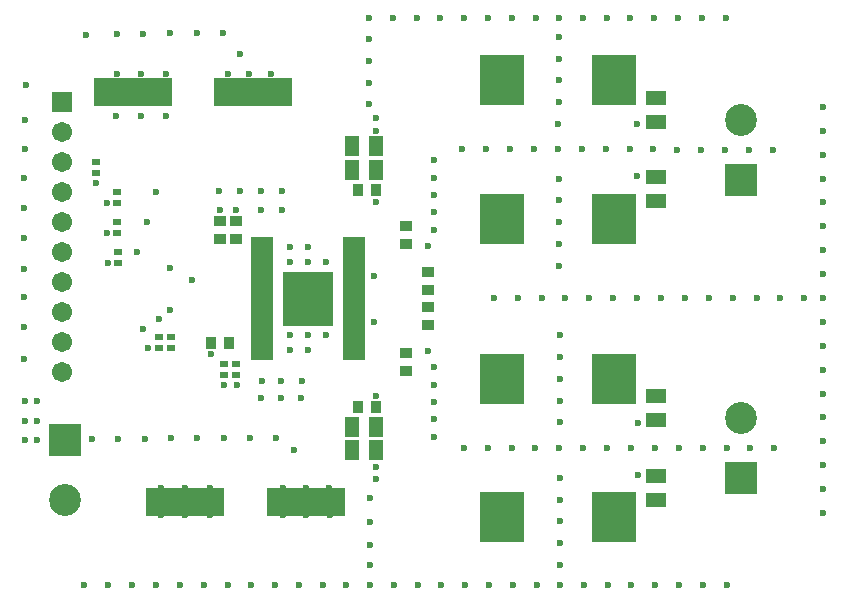
<source format=gts>
G04*
G04 #@! TF.GenerationSoftware,Altium Limited,Altium Designer,24.10.1 (45)*
G04*
G04 Layer_Color=8388736*
%FSLAX44Y44*%
%MOMM*%
G71*
G04*
G04 #@! TF.SameCoordinates,D9CC4E6A-2C68-4F5F-81DB-F534FF38BD19*
G04*
G04*
G04 #@! TF.FilePolarity,Negative*
G04*
G01*
G75*
%ADD24R,6.6016X2.4016*%
%ADD25R,0.8820X1.0090*%
%ADD26R,1.1560X1.6640*%
%ADD27R,3.7032X4.2032*%
%ADD28R,0.7450X0.5672*%
%ADD29R,1.0090X0.8820*%
%ADD30R,0.7550X0.5772*%
%ADD31R,4.3132X4.5632*%
%ADD32R,1.8782X0.6532*%
%ADD33R,1.6640X1.1560*%
%ADD34C,1.7032*%
%ADD35R,1.7032X1.7032*%
%ADD36R,2.7032X2.7032*%
%ADD37C,2.7032*%
%ADD38C,0.6000*%
D24*
X108260Y427990D02*
D03*
X210256D02*
D03*
X254706Y81534D02*
D03*
X152710D02*
D03*
D25*
X314257Y161652D02*
D03*
X299017D02*
D03*
X189611Y215510D02*
D03*
X174371D02*
D03*
X299017Y345338D02*
D03*
X314257D02*
D03*
D26*
X293880Y362259D02*
D03*
X314200D02*
D03*
X293878Y125222D02*
D03*
X314198D02*
D03*
Y144526D02*
D03*
X293878D02*
D03*
X293880Y382325D02*
D03*
X314200D02*
D03*
D27*
X515872Y320802D02*
D03*
X420872D02*
D03*
X515872Y438222D02*
D03*
X420872D02*
D03*
X515872Y185674D02*
D03*
X420872D02*
D03*
X515872Y68382D02*
D03*
X420872D02*
D03*
D28*
X76806Y369353D02*
D03*
Y359955D02*
D03*
X95250Y343789D02*
D03*
Y334391D02*
D03*
Y318389D02*
D03*
Y308991D02*
D03*
X95758Y292989D02*
D03*
Y283591D02*
D03*
X140462Y221361D02*
D03*
Y211963D02*
D03*
X130302D02*
D03*
Y221361D02*
D03*
D29*
X339598Y192488D02*
D03*
Y207728D02*
D03*
X182140Y304038D02*
D03*
Y319278D02*
D03*
X195348Y304034D02*
D03*
Y319274D02*
D03*
X358394Y275745D02*
D03*
Y260505D02*
D03*
X339598Y314556D02*
D03*
Y299316D02*
D03*
X358394Y231195D02*
D03*
Y246435D02*
D03*
D30*
X185166Y188976D02*
D03*
Y198374D02*
D03*
X196088Y188849D02*
D03*
Y198247D02*
D03*
D31*
X256730Y253510D02*
D03*
D32*
X295610Y302260D02*
D03*
Y295760D02*
D03*
Y289260D02*
D03*
Y282760D02*
D03*
Y276260D02*
D03*
Y269760D02*
D03*
Y263260D02*
D03*
Y256760D02*
D03*
Y250260D02*
D03*
Y243760D02*
D03*
Y237260D02*
D03*
Y230760D02*
D03*
Y224260D02*
D03*
Y217760D02*
D03*
Y211260D02*
D03*
Y204760D02*
D03*
X217850D02*
D03*
Y211260D02*
D03*
Y217760D02*
D03*
Y224260D02*
D03*
Y230760D02*
D03*
Y237260D02*
D03*
Y243760D02*
D03*
Y250260D02*
D03*
Y256760D02*
D03*
Y263260D02*
D03*
Y269760D02*
D03*
Y276260D02*
D03*
Y282760D02*
D03*
Y289260D02*
D03*
Y295760D02*
D03*
Y302260D02*
D03*
D33*
X551688Y356108D02*
D03*
Y335788D02*
D03*
Y103632D02*
D03*
Y83312D02*
D03*
Y150368D02*
D03*
Y170688D02*
D03*
Y403352D02*
D03*
Y423672D02*
D03*
D34*
X48514Y242316D02*
D03*
Y267716D02*
D03*
Y394716D02*
D03*
Y369316D02*
D03*
Y343916D02*
D03*
Y318516D02*
D03*
Y293116D02*
D03*
Y191516D02*
D03*
Y216916D02*
D03*
D35*
Y420116D02*
D03*
D36*
X51308Y133350D02*
D03*
X623062Y101600D02*
D03*
Y353822D02*
D03*
D37*
X51308Y82550D02*
D03*
X623062Y152400D02*
D03*
Y404622D02*
D03*
D38*
X235936Y70034D02*
D03*
X255357D02*
D03*
X275268D02*
D03*
X274617Y93034D02*
D03*
X254706D02*
D03*
X235285D02*
D03*
X229657Y135382D02*
D03*
X207411D02*
D03*
X244799Y125222D02*
D03*
X185166Y135128D02*
D03*
X140675D02*
D03*
X162921D02*
D03*
X118430Y134874D02*
D03*
X73939D02*
D03*
X96184D02*
D03*
X195348Y328847D02*
D03*
X182140D02*
D03*
X185166Y180466D02*
D03*
X196168D02*
D03*
X234879Y328847D02*
D03*
X217080D02*
D03*
X251262Y184087D02*
D03*
X234233D02*
D03*
X234879Y344864D02*
D03*
X217080D02*
D03*
X181483D02*
D03*
X199282D02*
D03*
X250616Y169418D02*
D03*
X217850Y184087D02*
D03*
X217204Y169418D02*
D03*
X234233D02*
D03*
X611483Y10922D02*
D03*
X591257D02*
D03*
X571031D02*
D03*
X550805Y10922D02*
D03*
X530578D02*
D03*
X510352D02*
D03*
X490126D02*
D03*
X469900D02*
D03*
X450596D02*
D03*
X430370D02*
D03*
X410144D02*
D03*
X389917D02*
D03*
X369691D02*
D03*
X349465Y10922D02*
D03*
X329239D02*
D03*
X309013D02*
D03*
Y27940D02*
D03*
Y44450D02*
D03*
Y64676D02*
D03*
Y84902D02*
D03*
X288787Y10922D02*
D03*
X269483D02*
D03*
X249256D02*
D03*
X229030D02*
D03*
X208804D02*
D03*
X188578D02*
D03*
X168352Y10922D02*
D03*
X148126D02*
D03*
X127899D02*
D03*
X107673D02*
D03*
X87447Y10922D02*
D03*
X67221D02*
D03*
X692658Y71964D02*
D03*
Y92191D02*
D03*
Y112417D02*
D03*
Y132643D02*
D03*
Y152869D02*
D03*
Y173095D02*
D03*
Y193321D02*
D03*
Y213548D02*
D03*
Y233774D02*
D03*
Y254000D02*
D03*
Y274226D02*
D03*
X692658Y294452D02*
D03*
Y314678D02*
D03*
Y334905D02*
D03*
Y355131D02*
D03*
Y375357D02*
D03*
Y395583D02*
D03*
Y415809D02*
D03*
X610590Y490982D02*
D03*
X590364D02*
D03*
X570138D02*
D03*
X549912Y490982D02*
D03*
X529686D02*
D03*
X509459D02*
D03*
X489233D02*
D03*
X469007D02*
D03*
X449703D02*
D03*
X429477D02*
D03*
X409251D02*
D03*
X389025D02*
D03*
X368798D02*
D03*
X348572Y490982D02*
D03*
X328346D02*
D03*
X308120D02*
D03*
Y473456D02*
D03*
Y454754D02*
D03*
Y435798D02*
D03*
Y418111D02*
D03*
X225044Y443738D02*
D03*
X206756D02*
D03*
X188976D02*
D03*
X198882Y460756D02*
D03*
X136454Y443992D02*
D03*
X115570D02*
D03*
X94686D02*
D03*
X94559Y408432D02*
D03*
X115443D02*
D03*
X136327D02*
D03*
X536194Y148336D02*
D03*
Y104394D02*
D03*
X535432Y357632D02*
D03*
Y401574D02*
D03*
X314454Y406201D02*
D03*
Y395660D02*
D03*
X314315Y335649D02*
D03*
X173594Y70034D02*
D03*
Y93034D02*
D03*
X152710D02*
D03*
Y70034D02*
D03*
X131826D02*
D03*
Y93034D02*
D03*
X314198Y171341D02*
D03*
X314452Y111125D02*
D03*
Y100584D02*
D03*
X17454Y380492D02*
D03*
Y404876D02*
D03*
X184735Y478028D02*
D03*
X162814D02*
D03*
X140208D02*
D03*
X117348Y477419D02*
D03*
X94742D02*
D03*
X69088Y477019D02*
D03*
X17855Y433971D02*
D03*
X16002Y355346D02*
D03*
Y330454D02*
D03*
Y304844D02*
D03*
Y278892D02*
D03*
Y254508D02*
D03*
Y229108D02*
D03*
X16256Y201930D02*
D03*
X16764Y149872D02*
D03*
X27178Y166370D02*
D03*
Y149872D02*
D03*
Y133375D02*
D03*
X16764Y166370D02*
D03*
Y133375D02*
D03*
X76788Y351416D02*
D03*
X87219Y283609D02*
D03*
X86711Y309009D02*
D03*
Y334409D02*
D03*
X111760Y292862D02*
D03*
X120650Y318516D02*
D03*
X128270Y343762D02*
D03*
X116840Y227330D02*
D03*
X130302Y236363D02*
D03*
X139700Y243840D02*
D03*
Y279400D02*
D03*
X158750Y269308D02*
D03*
X241300Y297180D02*
D03*
X256730D02*
D03*
X241300Y209550D02*
D03*
X256730D02*
D03*
X241300Y222250D02*
D03*
X271780D02*
D03*
X256730D02*
D03*
X241300Y284480D02*
D03*
X271780D02*
D03*
X256730D02*
D03*
Y270564D02*
D03*
Y236812D02*
D03*
X271780Y254510D02*
D03*
X241300D02*
D03*
X414020Y254000D02*
D03*
X434246D02*
D03*
X454472D02*
D03*
X474698D02*
D03*
X494925D02*
D03*
X515151D02*
D03*
X535377D02*
D03*
X555603D02*
D03*
X575829D02*
D03*
X596056Y254000D02*
D03*
X616282D02*
D03*
X636508D02*
D03*
X656734D02*
D03*
X676960D02*
D03*
X651578Y127000D02*
D03*
X631352D02*
D03*
X611126D02*
D03*
X590900D02*
D03*
X570674D02*
D03*
X650308Y379222D02*
D03*
X630082D02*
D03*
X609856D02*
D03*
X589630D02*
D03*
X569404D02*
D03*
X470277Y101600D02*
D03*
Y83185D02*
D03*
X470277Y64770D02*
D03*
Y46355D02*
D03*
X469900Y27940D02*
D03*
X470277Y222250D02*
D03*
Y203835D02*
D03*
X470277Y185420D02*
D03*
Y167005D02*
D03*
X469900Y148590D02*
D03*
X469384Y355042D02*
D03*
Y336627D02*
D03*
X469384Y318212D02*
D03*
Y299797D02*
D03*
X469007Y281382D02*
D03*
X468630Y401320D02*
D03*
X469007Y419735D02*
D03*
Y438150D02*
D03*
X469007Y456565D02*
D03*
Y474980D02*
D03*
X174580Y206618D02*
D03*
X121111Y211756D02*
D03*
X363728Y195512D02*
D03*
Y180162D02*
D03*
Y165626D02*
D03*
Y151420D02*
D03*
Y136218D02*
D03*
X550447Y127000D02*
D03*
X530221D02*
D03*
X509995D02*
D03*
X489769D02*
D03*
X469543D02*
D03*
X449316D02*
D03*
X429090D02*
D03*
X408864D02*
D03*
X388638D02*
D03*
X387368Y380020D02*
D03*
X407594D02*
D03*
X427820D02*
D03*
X448046D02*
D03*
X468273D02*
D03*
X488499D02*
D03*
X508725D02*
D03*
X528951D02*
D03*
X549177D02*
D03*
X363728Y370802D02*
D03*
Y355600D02*
D03*
Y341394D02*
D03*
Y326858D02*
D03*
Y311508D02*
D03*
X358394Y209296D02*
D03*
X312674Y234010D02*
D03*
Y273010D02*
D03*
X358394Y297724D02*
D03*
X271780Y270564D02*
D03*
X256730Y254510D02*
D03*
X241300Y270564D02*
D03*
X271780Y236812D02*
D03*
X241300D02*
D03*
M02*

</source>
